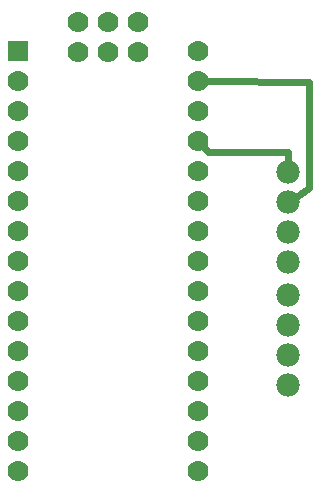
<source format=gtl>
G04 MADE WITH FRITZING*
G04 WWW.FRITZING.ORG*
G04 DOUBLE SIDED*
G04 HOLES PLATED*
G04 CONTOUR ON CENTER OF CONTOUR VECTOR*
%ASAXBY*%
%FSLAX23Y23*%
%MOIN*%
%OFA0B0*%
%SFA1.0B1.0*%
%ADD10C,0.070000*%
%ADD11C,0.078000*%
%ADD12R,0.069958X0.070000*%
%ADD13C,0.024000*%
%LNCOPPER1*%
G90*
G70*
G54D10*
X97Y1585D03*
X97Y1485D03*
X97Y1385D03*
X97Y1285D03*
X97Y1185D03*
X97Y1085D03*
X97Y985D03*
X97Y885D03*
X97Y785D03*
X97Y685D03*
X97Y585D03*
X97Y485D03*
X97Y385D03*
X97Y285D03*
X97Y185D03*
X697Y1585D03*
X697Y1485D03*
X697Y1385D03*
X697Y1285D03*
X697Y1185D03*
X697Y1085D03*
X697Y985D03*
X697Y885D03*
X697Y785D03*
X697Y685D03*
X697Y585D03*
X697Y485D03*
X697Y385D03*
X697Y285D03*
X697Y185D03*
X297Y1681D03*
X297Y1581D03*
X397Y1681D03*
X397Y1581D03*
X497Y1681D03*
X497Y1581D03*
G54D11*
X997Y1181D03*
X997Y1081D03*
X997Y981D03*
X997Y881D03*
X997Y1181D03*
X997Y1081D03*
X997Y981D03*
X997Y881D03*
X997Y472D03*
X997Y572D03*
X997Y672D03*
X997Y772D03*
G54D12*
X97Y1585D03*
G54D13*
X716Y1264D02*
X729Y1249D01*
D02*
X997Y1249D02*
X997Y1211D01*
D02*
X729Y1249D02*
X997Y1249D01*
D02*
X726Y1485D02*
X1065Y1481D01*
D02*
X1065Y1481D02*
X1065Y1129D01*
D02*
X1065Y1129D02*
X1022Y1099D01*
G04 End of Copper1*
M02*
</source>
